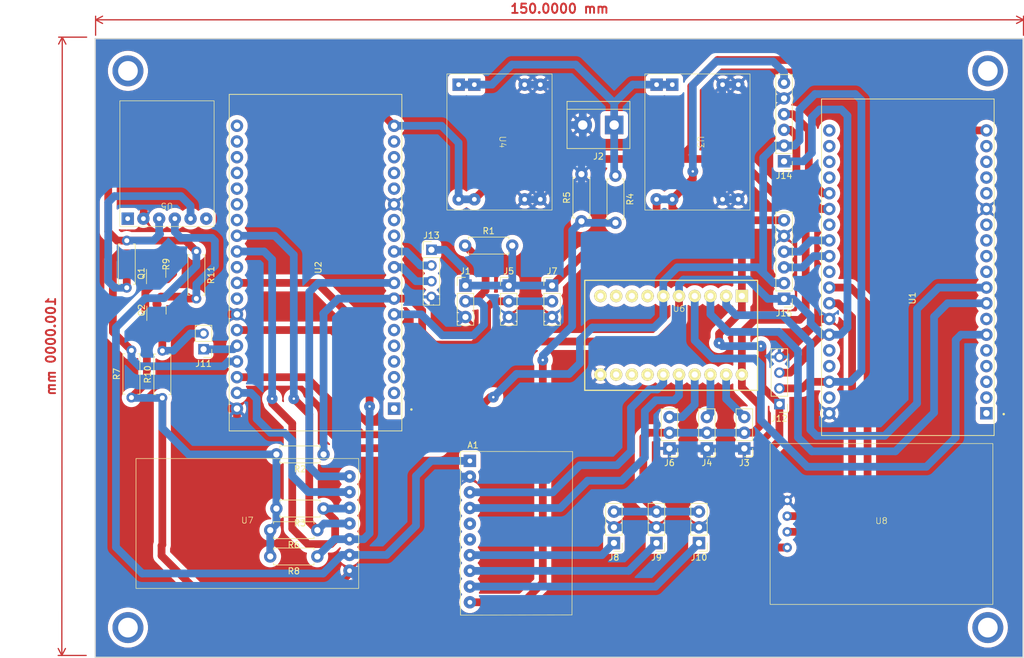
<source format=kicad_pcb>
(kicad_pcb (version 20221018) (generator pcbnew)
  (title_block (title "Data acquisition and transmission Schematic") (date "2023-10-12") (rev "0.1") (company "Escuadron UAM"))
  (layers (0 "F.Cu" signal) (31 "B.Cu" signal) (34 "B.Paste" user) (35 "F.Paste" user) (36 "B.SilkS" user "B.Silkscreen") (37 "F.SilkS" user "F.Silkscreen") (38 "B.Mask" user) (39 "F.Mask" user) (44 "Edge.Cuts" user))
  (net 0 "")
  (net 17 "+3V3")
  (net 22 "1{slash}3_V_Bat")
  (net 23 "Net-(J11-Pin_2)")
  (net 24 "Net-(Q1-S)")
  (net 25 "Net-(Q1-D)")
  (net 26 "Net-(Q2-D)")
  (net 29 "Net-(J3-Pin_3)")
  (net 30 "+5V")
  (net 31 "GND")
  (net 39 "Net-(J4-Pin_3)")
  (net 40 "Net-(J6-Pin_3)")
  (net 44 "V_Bat")
  (net 48 "Net-(U1-33)")
  (net 54 "Net-(U1-35)")
  (net 56 "Net-(A1-A2)")
  (net 57 "Net-(A1-A1)")
  (net 58 "Net-(A1-A0)")
  (net 59 "SDA_01_H")
  (net 60 "SLC_01_H")
  (net 61 "Net-(U1-25)")
  (net 62 "SLC_01_L")
  (net 63 "SDA_01_L")
  (net 64 "Net-(J1-Pin_2)")
  (net 65 "Net-(J5-Pin_2)")
  (net 66 "M0")
  (net 67 "M1")
  (net 68 "TX_LORA")
  (net 69 "RX_LORA")
  (net 70 "AUX_LORA")
  (net 71 "RX_GPS")
  (net 72 "TX_GPS")
  (net 73 "SHDN_02")
  (net 74 "SHDN_01")
  (net 75 "SHDN_04")
  (net 76 "SHDN_03")
  (net 77 "Net-(J11-Pin_1)")
  (net 86 "SLC_02_L")
  (net 87 "SDA_02_L")
  (footprint "custom:OpenLog" (layer "F.Cu") (at 77 73 180)
    (fp_text reference "U5")
    (fp_text value "OpenLog")
  )
  (footprint "Connector_PinHeader_2.54mm:PinHeader_1x04_P2.54mm_Vertical" (layer "F.Cu") (at 119.75 86.92)
    (fp_text reference "J13")
    (fp_text value "MPU6050_2")
  )
  (footprint "Connector_PinHeader_2.54mm:PinHeader_1x03_P2.54mm_Vertical" (layer "F.Cu") (at 156.125 134.33 180)
    (fp_text reference "J9")
    (fp_text value "V_BrakeSensor_02")
  )
  (footprint "Connector_PinHeader_2.54mm:PinHeader_1x04_P2.54mm_Vertical" (layer "F.Cu") (at 176 111.87 180)
    (fp_text reference "J12")
    (fp_text value "MPU6050_1")
  )
  (footprint "Resistor_THT:R_Axial_DIN0207_L6.3mm_D2.5mm_P7.62mm_Horizontal" (layer "F.Cu") (at 71.25 110.81 90)
    (fp_text reference "R7")
    (fp_text value "R10K")
  )
  (footprint "Package_TO_SOT_SMD:SOT-23" (layer "F.Cu") (at 75.3 96.6875 90)
    (fp_text reference "Q2")
    (fp_text value "BSS138")
  )
  (footprint "ESP32-DEVKITC-32UE:ESPRESSIF_ESP32-DEVKITC-32UE" (layer "F.Cu") (at 196.7625 90.49 180)
    (fp_text reference "U1")
    (fp_text value "ESP32-Eslave")
  )
  (footprint "custom:neo_gps" (layer "F.Cu") (at 192.5 131.25)
    (fp_text reference "U8")
    (fp_text value "Neo GPS")
  )
  (footprint "ESP32-DEVKITC-32UE:ESPRESSIF_ESP32-DEVKITC-32UE" (layer "F.Cu") (at 101.0125 89.74 180)
    (fp_text reference "U2")
    (fp_text value "ESP32-Master")
  )
  (footprint "Connector_PinHeader_2.54mm:PinHeader_1x03_P2.54mm_Vertical" (layer "F.Cu") (at 158.22375 119.04 180)
    (fp_text reference "J6")
    (fp_text value "LM3144_01")
  )
  (footprint "Resistor_THT:R_Axial_DIN0207_L6.3mm_D2.5mm_P7.62mm_Horizontal" (layer "F.Cu") (at 76.25 110.87 90)
    (fp_text reference "R10")
    (fp_text value "R10K")
  )
  (footprint "Resistor_THT:R_Axial_DIN0207_L6.3mm_D2.5mm_P7.62mm_Horizontal" (layer "F.Cu") (at 102.31 128.75 180)
    (fp_text reference "R3")
    (fp_text value "4k7")
  )
  (footprint "custom:lora_e22" (layer "F.Cu") (at 89.99 131.17)
    (fp_text reference "U7")
    (fp_text value "Lora e22")
  )
  (footprint "Connector_PinHeader_2.54mm:PinHeader_1x03_P2.54mm_Vertical" (layer "F.Cu") (at 132.25 92.71)
    (fp_text reference "J5")
    (fp_text value "DS18B20_01")
  )
  (footprint "Connector_PinHeader_2.54mm:PinHeader_1x03_P2.54mm_Vertical" (layer "F.Cu") (at 149.25 134.33 180)
    (fp_text reference "J8")
    (fp_text value "V_BrakeSensor_01")
  )
  (footprint "custom:MP1584EN" (layer "F.Cu") (at 162.75 69.5 -90)
    (fp_text reference "U3")
    (fp_text value "MP1584EN 3V3")
  )
  (footprint "Resistor_THT:R_Axial_DIN0207_L6.3mm_D2.5mm_P7.62mm_Horizontal" (layer "F.Cu") (at 101.31 132.25 180)
    (fp_text reference "R6")
    (fp_text value "4k7")
  )
  (footprint "Connector_PinHeader_2.54mm:PinHeader_1x02_P2.54mm_Vertical" (layer "F.Cu") (at 82.9125 103 180)
    (fp_text reference "J11")
    (fp_text value "OpenLog TX")
  )
  (footprint "Resistor_THT:R_Axial_DIN0207_L6.3mm_D2.5mm_P7.62mm_Horizontal" (layer "F.Cu") (at 149.5 74.94 -90)
    (fp_text reference "R4")
    (fp_text value "10k")
  )
  (footprint "Connector_PinHeader_2.54mm:PinHeader_1x03_P2.54mm_Vertical" (layer "F.Cu") (at 163 134.33 180)
    (fp_text reference "J10")
    (fp_text value "V_in_01")
  )
  (footprint "Charleslabs_Parts:ADC1115_ADC_Module" (layer "F.Cu") (at 125.967 121.046)
    (fp_text reference "A1")
    (fp_text value "ADS1115_ADC_Module")
  )
  (footprint "Resistor_THT:R_Axial_DIN0207_L6.3mm_D2.5mm_P7.62mm_Horizontal" (layer "F.Cu") (at 81.75 87.19 -90)
    (fp_text reference "R11")
    (fp_text value "R10K")
  )
  (footprint "TerminalBlock:TerminalBlock_bornier-2_P5.08mm" (layer "F.Cu") (at 149.29 66.75 180)
    (fp_text reference "J2")
    (fp_text value "V_In")
  )
  (footprint "Resistor_THT:R_Axial_DIN0207_L6.3mm_D2.5mm_P7.62mm_Horizontal" (layer "F.Cu") (at 102.31 120 180)
    (fp_text reference "R2")
    (fp_text value "4k7")
  )
  (footprint "custom:HW-221" (layer "F.Cu") (at 157.23 102.02)
    (fp_text reference "U6")
    (fp_text value "HW-221_LogicLevelConverter")
  )
  (footprint "Connector_PinHeader_2.54mm:PinHeader_1x06_P2.54mm_Vertical" (layer "F.Cu") (at 176.75 72.62 180)
    (fp_text reference "J14")
    (fp_text value "VL6180X_01")
  )
  (footprint "Resistor_THT:R_Axial_DIN0207_L6.3mm_D2.5mm_P7.62mm_Horizontal" (layer "F.Cu") (at 101.31 136.5 180)
    (fp_text reference "R8")
    (fp_text value "4k7")
  )
  (footprint "Package_TO_SOT_SMD:SOT-23" (layer "F.Cu") (at 75.25 90.75 90)
    (fp_text reference "Q1")
    (fp_text value "BSS138")
  )
  (footprint "Connector_PinHeader_2.54mm:PinHeader_1x03_P2.54mm_Vertical" (layer "F.Cu") (at 139.25 92.71)
    (fp_text reference "J7")
    (fp_text value "DS18B20_02")
  )
  (footprint "Connector_PinHeader_2.54mm:PinHeader_1x03_P2.54mm_Vertical" (layer "F.Cu") (at 164.27625 119.04 180)
    (fp_text reference "J4")
    (fp_text value "LM3144_RPM")
  )
  (footprint "Resistor_THT:R_Axial_DIN0207_L6.3mm_D2.5mm_P7.62mm_Horizontal" (layer "F.Cu") (at 70.5 85.44 -90)
    (fp_text reference "R9")
    (fp_text value "R10K")
  )
  (footprint "Connector_PinHeader_2.54mm:PinHeader_1x03_P2.54mm_Vertical" (layer "F.Cu") (at 125.25 92.71)
    (fp_text reference "J1")
    (fp_text value "DHT22_CVT")
  )
  (footprint "custom:MP1584EN" (layer "F.Cu") (at 130.75 69.5 -90)
    (fp_text reference "U4")
    (fp_text value "MP1584EN 5V")
  )
  (footprint "Connector_PinHeader_2.54mm:PinHeader_1x03_P2.54mm_Vertical" (layer "F.Cu") (at 170.32875 119.04 180)
    (fp_text reference "J3")
    (fp_text value "LM3144_CVT")
  )
  (footprint "Resistor_THT:R_Axial_DIN0207_L6.3mm_D2.5mm_P7.62mm_Horizontal" (layer "F.Cu") (at 144 82.31 90)
    (fp_text reference "R5")
    (fp_text value "20k")
  )
  (footprint "Connector_PinHeader_2.54mm:PinHeader_1x06_P2.54mm_Vertical" (layer "F.Cu") (at 176.75 94.85 180)
    (fp_text reference "J15")
    (fp_text value "VL6180X_02")
  )
  (footprint "Resistor_THT:R_Axial_DIN0207_L6.3mm_D2.5mm_P7.62mm_Horizontal" (layer "F.Cu") (at 125.19 86.25)
    (fp_text reference "R1")
    (fp_text value "10k")
  )
  (gr_rect locked (start 65.39 52.8) (end 215.39 152.8) (stroke (width 0.2)) (fill none) (layer "Edge.Cuts"))
  (dimension (type aligned) (layer "F.Cu") (pts (xy 215.46 52.75) (xy 65.46 52.75)) (height 2.999999) (gr_text "150.0000 mm" (at 140.46 47.950001) (layer "F.Cu") (effects (font (size 1.5 1.5) (thickness 0.3)))) (format (prefix "") (suffix "") (units 3) (units_format 1) (precision 4)) (style (thickness 0.2) (arrow_length 1.27) (text_position_mode 0) (extension_height 0.58642) (extension_offset 0.5) keep_text_aligned))
  (dimension (type aligned) (layer "F.Cu") (pts (xy 64.511925 52.553111) (xy 64.441925 152.503111)) (height 4.441926) (gr_text "100.0000 mm" (at 58.235 102.523739 89.9598729) (layer "F.Cu") (effects (font (size 1.5 1.5) (thickness 0.3)) (justify mirror))) (format (prefix "") (suffix "") (units 3) (units_format 1) (precision 4) (override_value "100.0000")) (style (thickness 0.2) (arrow_length 1.27) (text_position_mode 0) (extension_height 0.58642) (extension_offset 0.5) keep_text_aligned))
  (via locked (at 70.69 148) (size 5) (drill 3.18) (layers "F.Cu" "B.Cu") (net 0))
  (via locked (at 209.69 148) (size 5) (drill 3.18) (layers "F.Cu" "B.Cu") (net 0))
  (via locked (at 209.69 58) (size 5) (drill 3.18) (layers "F.Cu" "B.Cu") (net 0))
  (via locked (at 70.69 58) (size 5) (drill 3.18) (layers "F.Cu" "B.Cu") (net 0))
  (segment (start 74.35 99.15) (end 73.75 99.75) (width 1.25) (layer "F.Cu") (net 17))
  (segment (start 144.21 87.75) (end 155 87.75) (width 1.25) (layer "F.Cu") (net 17))
  (segment (start 173.25 109.12) (end 176 111.87) (width 1.25) (layer "F.Cu") (net 17))
  (segment (start 76.25 134.625) (end 76.25 110.87) (width 1.25) (layer "F.Cu") (net 17))
  (segment (start 73.75 99.75) (end 73.75 108.37) (width 1.25) (layer "F.Cu") (net 17))
  (segment (start 158.686 80.186) (end 160.65 82.15) (width 1.25) (layer "F.Cu") (net 17))
  (segment (start 76.125 134.75) (end 76.25 134.625) (width 1.25) (layer "F.Cu") (net 17))
  (segment (start 74.3 91.6875) (end 74.3 92.95) (width 1.25) (layer "F.Cu") (net 17))
  (segment (start 173 102.5) (end 173.25 102.75) (width 1.25) (layer "F.Cu") (net 17))
  (segment (start 170.69 135.06) (end 157 148.75) (width 1.25) (layer "F.Cu") (net 17))
  (segment (start 162 74.25) (end 162 75.457) (width 1.25) (layer "F.Cu") (net 17))
  (segment (start 174.25 134.25) (end 174.25 119.5) (width 1.25) (layer "F.Cu") (net 17))
  (segment (start 74.3 92.95) (end 73.5 93.75) (width 1.25) (layer "F.Cu") (net 17))
  (segment (start 168 82.15) (end 176.75 82.15) (width 1.25) (layer "F.Cu") (net 17))
  (segment (start 157 148.75) (end 88.5 148.75) (width 1.25) (layer "F.Cu") (net 17))
  (segment (start 173.25 102.75) (end 173.25 109.12) (width 1.25) (layer "F.Cu") (net 17))
  (segment (start 174.25 119.5) (end 176 117.75) (width 1.25) (layer "F.Cu") (net 17))
  (segment (start 166.25 100.5) (end 169.93 96.82) (width 1.25) (layer "F.Cu") (net 17))
  (segment (start 177.26 135.06) (end 170.69 135.06) (width 1.25) (layer "F.Cu") (net 17))
  (segment (start 169.93 94.4) (end 169.93 84.08) (width 1.25) (layer "F.Cu") (net 17))
  (segment (start 71.31 110.87) (end 71.25 110.81) (width 1.25) (layer "F.Cu") (net 17))
  (segment (start 88.5 148.75) (end 76.125 136.375) (width 1.25) (layer "F.Cu") (net 17))
  (segment (start 166.25 102) (end 166.25 100.5) (width 1.25) (layer "F.Cu") (net 17))
  (segment (start 158.686 78.771) (end 158.686 80.186) (width 1.25) (layer "F.Cu") (net 17))
  (segment (start 155 87.75) (end 156.146 86.604) (width 1.25) (layer "F.Cu") (net 17))
  (segment (start 76.125 136.375) (end 76.125 134.75) (width 1.25) (layer "F.Cu") (net 17))
  (segment (start 177.26 135.06) (end 175.06 135.06) (width 1.25) (layer "F.Cu") (net 17))
  (segment (start 160.65 82.15) (end 168 82.15) (width 1.25) (layer "F.Cu") (net 17))
  (segment (start 176 117.75) (end 176 111.87) (width 1.25) (layer "F.Cu") (net 17))
  (segment (start 73.69 108.37) (end 71.25 110.81) (width 1.25) (layer "F.Cu") (net 17))
  (segment (start 139.25 92.71) (end 144.21 87.75) (width 1.25) (layer "F.Cu") (net 17))
  (segment (start 175.06 135.06) (end 174.25 134.25) (width 1.25) (layer "F.Cu") (net 17))
  (segment (start 73.75 108.37) (end 73.69 108.37) (width 1.25) (layer "F.Cu") (net 17))
  (segment (start 74.35 97.625) (end 74.35 99.15) (width 1.25) (layer "F.Cu") (net 17))
  (segment (start 73.5 96.775) (end 74.35 97.625) (width 1.25) (layer "F.Cu") (net 17))
  (segment (start 169.93 96.82) (end 169.93 94.4) (width 1.25) (layer "F.Cu") (net 17))
  (segment (start 169.93 84.08) (end 168 82.15) (width 1.25) (layer "F.Cu") (net 17))
  (segment (start 162 75.457) (end 158.686 78.771) (width 1.25) (layer "F.Cu") (net 17))
  (segment (start 156.146 86.604) (end 156.146 78.771) (width 1.25) (layer "F.Cu") (net 17))
  (segment (start 73.5 93.75) (end 73.5 96.775) (width 1.25) (layer "F.Cu") (net 17))
  (via (at 166.25 102) (size 1.75) (drill 0.4) (layers "F.Cu" "B.Cu") (net 17))
  (via (at 173 102.5) (size 1.75) (drill 0.4) (layers "F.Cu" "B.Cu") (net 17))
  (via (at 162 74.25) (size 1.75) (drill 0.4) (layers "F.Cu" "B.Cu") (net 17))
  (segment (start 121.92 86.92) (end 125.25 90.25) (width 1.25) (layer "B.Cu") (net 17))
  (segment (start 94.69 120) (end 80.5 120) (width 1.25) (layer "B.Cu") (net 17))
  (segment (start 125.25 92.71) (end 132.25 92.71) (width 1.25) (layer "B.Cu") (net 17))
  (segment (start 132.81 86.25) (end 132.81 92.15) (width 1.25) (layer "B.Cu") (net 17))
  (segment (start 94.69 131.25) (end 93.69 132.25) (width 1.25) (layer "B.Cu") (net 17))
  (segment (start 162 60.25) (end 165.75 56.5) (width 1.25) (layer "B.Cu") (net 17))
  (segment (start 132.81 92.15) (end 132.25 92.71) (width 1.25) (layer "B.Cu") (net 17))
  (segment (start 166.75 102.5) (end 166.25 102) (width 1.25) (layer "B.Cu") (net 17))
  (segment (start 175 56.5) (end 176.75 58.25) (width 1.25) (layer "B.Cu") (net 17))
  (segment (start 156.146 78.771) (end 158.686 78.771) (width 1.25) (layer "B.Cu") (net 17))
  (segment (start 119.75 86.92) (end 121.92 86.92) (width 1.25) (layer "B.Cu") (net 17))
  (segment (start 94.69 120) (end 94.69 128.75) (width 1.25) (layer "B.Cu") (net 17))
  (segment (start 76.25 110.87) (end 76.25 115.75) (width 1.25) (layer "B.Cu") (net 17))
  (segment (start 125.25 90.25) (end 125.25 92.71) (width 1.25) (layer "B.Cu") (net 17))
  (segment (start 76.25 110.87) (end 71.31 110.87) (width 1.25) (layer "B.Cu") (net 17))
  (segment (start 94.69 128.75) (end 94.69 131.25) (width 1.25) (layer "B.Cu") (net 17))
  (segment (start 139.25 92.71) (end 132.25 92.71) (width 1.25) (layer "B.Cu") (net 17))
  (segment (start 162 74.25) (end 162 60.25) (width 1.25) (layer "B.Cu") (net 17))
  (segment (start 176.75 58.25) (end 176.75 59.92) (width 1.25) (layer "B.Cu") (net 17))
  (segment (start 71.31 110.87) (end 71.25 110.81) (width 1.25) (layer "B.Cu") (net 17))
  (segment (start 93.69 136.5) (end 93.69 132.25) (width 1.25) (layer "B.Cu") (net 17))
  (segment (start 165.75 56.5) (end 175 56.5) (width 1.25) (layer "B.Cu") (net 17))
  (segment (start 80.5 120) (end 76.25 115.75) (width 1.25) (layer "B.Cu") (net 17))
  (segment (start 173 102.5) (end 166.75 102.5) (width 1.25) (layer "B.Cu") (net 17))
  (segment (start 125.967 143.906) (end 134.594 143.906) (width 1.25) (layer "F.Cu") (net 22))
  (segment (start 134.594 143.906) (end 137.75 140.75) (width 1.25) (layer "F.Cu") (net 22))
  (segment (start 137.75 140.75) (end 137.75 104.75) (width 1.25) (layer "F.Cu") (net 22))
  (via (at 137.75 104.75) (size 1.75) (drill 0.4) (layers "F.Cu" "B.Cu") (net 22))
  (segment (start 144.25 82.56) (end 144 82.31) (width 1.25) (layer "B.Cu") (net 22))
  (segment (start 142.5 99.25) (end 137.75 104) (width 1.25) (layer "B.Cu") (net 22))
  (segment (start 149.5 82.56) (end 144.25 82.56) (width 1.25) (layer "B.Cu") (net 22))
  (segment (start 137.75 104) (end 137.75 104.75) (width 1.25) (layer "B.Cu") (net 22))
  (segment (start 144 82.31) (end 142.5 83.81) (width 1.25) (layer "B.Cu") (net 22))
  (segment (start 142.5 83.81) (end 142.5 99.25) (width 1.25) (layer "B.Cu") (net 22))
  (segment (start 76.25 97.625) (end 76.25 103.25) (width 1.25) (layer "F.Cu") (net 23))
  (segment (start 78 103.25) (end 76.25 103.25) (width 1.25) (layer "B.Cu") (net 23))
  (segment (start 82.9125 100.46) (end 80.79 100.46) (width 1.25) (layer "B.Cu") (net 23))
  (segment (start 80.79 100.46) (end 78 103.25) (width 1.25) (layer "B.Cu") (net 23))
  (segment (start 77.75 87.5) (end 69.25 87.5) (width 1.25) (layer "F.Cu") (net 24))
  (segment (start 68.25 100.19) (end 71.25 103.19) (width 1.25) (layer "F.Cu") (net 24))
  (segment (start 69.25 87.5) (end 68.25 88.5) (width 1.25) (layer "F.Cu") (net 24))
  (segment (start 77.0625 91.6875) (end 78 90.75) (width 1.25) (layer "F.Cu") (net 24))
  (segment (start 78 87.75) (end 77.75 87.5) (width 1.25) (layer "F.Cu") (net 24))
  (segment (start 68.25 88.5) (end 68.25 100.19) (width 1.25) (layer "F.Cu") (net 24))
  (segment (start 78 90.75) (end 78 87.75) (width 1.25) (layer "F.Cu") (net 24))
  (segment (start 76.2 91.6875) (end 77.0625 91.6875) (width 1.25) (layer "F.Cu") (net 24))
  (segment (start 71.25 104.5) (end 71.25 103.19) (width 1.25) (layer "B.Cu") (net 24))
  (segment (start 88.3125 104.98) (end 86.898287 104.98) (width 1.25) (layer "B.Cu") (net 24))
  (segment (start 86.898287 104.98) (end 86.128287 105.75) (width 1.25) (layer "B.Cu") (net 24))
  (segment (start 86.128287 105.75) (end 72.5 105.75) (width 1.25) (layer "B.Cu") (net 24))
  (segment (start 72.5 105.75) (end 71.25 104.5) (width 1.25) (layer "B.Cu") (net 24))
  (segment (start 75 89.75) (end 75.25 89.5) (width 1.25) (layer "F.Cu") (net 25))
  (segment (start 75.25 89.8125) (end 75.25 89.5) (width 1.25) (layer "F.Cu") (net 25))
  (segment (start 71.75 89.75) (end 75 89.75) (width 1.25) (layer "F.Cu") (net 25))
  (segment (start 70.5 93.06) (end 70.5 91) (width 1.25) (layer "F.Cu") (net 25))
  (segment (start 70.5 91) (end 71.75 89.75) (width 1.25) (layer "F.Cu") (net 25))
  (segment (start 68.56 93.06) (end 67.5 92) (width 1.25) (layer "B.Cu") (net 25))
  (segment (start 70.5 93.06) (end 68.56 93.06) (width 1.25) (layer "B.Cu") (net 25))
  (segment (start 67.5 79.25) (end 68.5 78.25) (width 1.25) (layer "B.Cu") (net 25))
  (segment (start 68.5 78.25) (end 79.25 78.25) (width 1.25) (layer "B.Cu") (net 25))
  (segment (start 67.5 92) (end 67.5 79.25) (width 1.25) (layer "B.Cu") (net 25))
  (segment (start 79.25 78.25) (end 80.81 79.81) (width 1.25) (layer "B.Cu") (net 25))
  (segment (start 80.81 79.81) (end 80.81 81.89) (width 1.25) (layer "B.Cu") (net 25))
  (segment (start 80.25 94.5) (end 80.56 94.81) (width 1.25) (layer "F.Cu") (net 26))
  (segment (start 75.3 95.75) (end 75.5 95.75) (width 1.25) (layer "F.Cu") (net 26))
  (segment (start 75.3 95.2) (end 76 94.5) (width 1.25) (layer "F.Cu") (net 26))
  (segment (start 76 94.5) (end 80.25 94.5) (width 1.25) (layer "F.Cu") (net 26))
  (segment (start 80.56 94.81) (end 81.75 94.81) (width 1.25) (layer "F.Cu") (net 26))
  (segment (start 75.3 95.75) (end 75.3 95.2) (width 1.25) (layer "F.Cu") (net 26))
  (segment (start 78.27 84.02) (end 78.27 81.89) (width 1.25) (layer "B.Cu") (net 26))
  (segment (start 84.25 85) (end 79.25 85) (width 1.25) (layer "B.Cu") (net 26))
  (segment (start 81.75 92.5) (end 84.75 89.5) (width 1.25) (layer "B.Cu") (net 26))
  (segment (start 81.75 94.81) (end 81.75 92.5) (width 1.25) (layer "B.Cu") (net 26))
  (segment (start 84.75 89.5) (end 84.75 85.5) (width 1.25) (layer "B.Cu") (net 26))
  (segment (start 79.25 85) (end 78.27 84.02) (width 1.25) (layer "B.Cu") (net 26))
  (segment (start 84.75 85.5) (end 84.25 85) (width 1.25) (layer "B.Cu") (net 26))
  (segment (start 167.39 107.1) (end 167.39 111.02125) (width 1.25) (layer "B.Cu") (net 29))
  (segment (start 167.39 111.02125) (end 170.32875 113.96) (width 1.25) (layer "B.Cu") (net 29))
  (segment (start 166 56.25) (end 161.75 60.5) (width 1.25) (layer "F.Cu") (net 30))
  (segment (start 170.32875 116.5) (end 171.75 116.5) (width 1.25) (layer "F.Cu") (net 30))
  (segment (start 154.75 116.5) (end 158.22375 116.5) (width 1.25) (layer "F.Cu") (net 30))
  (segment (start 75 62.25) (end 109.0825 62.25) (width 1.25) (layer "F.Cu") (net 30))
  (segment (start 209.4625 67.63) (end 204.63 67.63) (width 1.25) (layer "F.Cu") (net 30))
  (segment (start 156.125 129.25) (end 154 127.125) (width 1.25) (layer "F.Cu") (net 30))
  (segment (start 172.75 112) (end 169.93 109.18) (width 1.25) (layer "F.Cu") (net 30))
  (segment (start 169.93 100.32) (end 169.93 107.1) (width 1.25) (layer "F.Cu") (net 30))
  (segment (start 68.94 85.44) (end 67.5 84) (width 1.25) (layer "F.Cu") (net 30))
  (segment (start 179.25 98.25) (end 172 98.25) (width 1.25) (layer "F.Cu") (net 30))
  (segment (start 180.25 81) (end 180.25 97.25) (width 1.25) (layer "F.Cu") (net 30))
  (segment (start 177.75 78.5) (end 180.25 81) (width 1.25) (layer "F.Cu") (net 30))
  (segment (start 126.686 78.771) (end 133.207 72.25) (width 1.25) (layer "F.Cu") (net 30))
  (segment (start 193.25 56.25) (end 166 56.25) (width 1.25) (layer "F.Cu") (net 30))
  (segment (start 154 117.25) (end 154.75 116.5) (width 1.25) (layer "F.Cu") (net 30))
  (segment (start 169.93 109.18) (end 169.93 107.1) (width 1.25) (layer "F.Cu") (net 30))
  (segment (start 67.5 69.75) (end 75 62.25) (width 1.25) (layer "F.Cu") (net 30))
  (segment (start 180.25 97.25) (end 179.25 98.25) (width 1.25) (layer "F.Cu") (net 30))
  (segment (start 109.0825 62.25) (end 113.7125 66.88) (width 1.25) (layer "F.Cu") (net 30))
  (segment (start 133.207 72.25) (end 159.75 72.25) (width 1.25) (layer "F.Cu") (net 30))
  (segment (start 172 98.25) (end 169.93 100.32) (width 1.25) (layer "F.Cu") (net 30))
  (segment (start 70.5 85.44) (end 68.94 85.44) (width 1.25) (layer "F.Cu") (net 30))
  (segment (start 80 85.44) (end 81.75 87.19) (width 1.25) (layer "F.Cu") (net 30))
  (segment (start 70.5 85.44) (end 80 85.44) (width 1.25) (layer "F.Cu") (net 30))
  (segment (start 204.63 67.63) (end 193.25 56.25) (width 1.25) (layer "F.Cu") (net 30))
  (segment (start 159.75 72.25) (end 169.501651 72.25) (width 1.25) (layer "F.Cu") (net 30))
  (segment (start 171.75 116.5) (end 172.75 115.5) (width 1.25) (layer "F.Cu") (net 30))
  (segment (start 172.75 115.5) (end 172.75 112) (width 1.25) (layer "F.Cu") (net 30))
  (segment (start 154 127.125) (end 154 117.25) (width 1.25) (layer "F.Cu") (net 30))
  (segment (start 175.751651 78.5) (end 177.75 78.5) (width 1.25) (layer "F.Cu") (net 30))
  (segment (start 67.5 84) (end 67.5 69.75) (width 1.25) (layer "F.Cu") (net 30))
  (segment (start 169.501651 72.25) (end 175.751651 78.5) (width 1.25) (layer "F.Cu") (net 30))
  (segment (start 161.75 60.5) (end 161.75 70.25) (width 1.25) (layer "F.Cu") (net 30))
  (segment (start 161.75 70.25) (end 159.75 72.25) (width 1.25) (layer "F.Cu") (net 30))
  (segment (start 74.81 85.44) (end 75.875 84.375) (width 1.25) (layer "B.Cu") (net 30))
  (segment (start 158.22375 116.5) (end 164.27625 116.5) (width 1.25) (layer "B.Cu") (net 30))
  (segment (start 68.75 99.5) (end 73.5 94.75) (width 1.25) (layer "B.Cu") (net 30))
  (segment (start 117.25 123.5) (end 119.704 121.046) (width 1.25) (layer "B.Cu") (net 30))
  (segment (start 112.5 136.25) (end 117.25 131.5) (width 1.25) (layer "B.Cu") (net 30))
  (segment (start 106.5 136.25) (end 112.5 136.25) (width 1.25) (layer "B.Cu") (net 30))
  (segment (start 149.25 129.25) (end 156.125 129.25) (width 1.25) (layer "B.Cu") (net 30))
  (segment (start 106.5 136.25) (end 105.25 136.25) (width 1.25) (layer "B.Cu") (net 30))
  (segment (start 70.5 85.44) (end 74.81 85.44) (width 1.25) (layer "B.Cu") (net 30))
  (segment (start 105.25 136.25) (end 102.25 139.25) (width 1.25) (layer "B.Cu") (net 30))
  (segment (start 102.25 139.25) (end 73 139.25) (width 1.25) (layer "B.Cu") (net 30))
  (segment (start 117.25 131.5) (end 117.25 123.5) (width 1.25) (layer "B.Cu") (net 30))
  (segment (start 124.146 69.646) (end 124.146 78.771) (width 1.25) (layer "B.Cu") (net 30))
  (segment (start 75.875 84.375) (end 75.73 84.23) (width 1.25) (layer "B.Cu") (net 30))
  (segment (start 81.75 89.5) (end 81.75 87.19) (width 1.25) (layer "B.Cu") (net 30))
  (segment (start 113.7125 66.88) (end 121.38 66.88) (width 1.25) (layer "B.Cu") (net 30))
  (segment (start 119.704 121.046) (end 125.967 121.046) (width 1.25) (layer "B.Cu") (net 30))
  (segment (start 76.5 94.75) (end 81.75 89.5) (width 1.25) (layer "B.Cu") (net 30))
  (segment (start 163 129.25) (end 156.125 129.25) (width 1.25) (layer "B.Cu") (net 30))
  (segment (start 73.5 94.75) (end 76.5 94.75) (width 1.25) (layer "B.Cu") (net 30))
  (segment (start 75.73 84.23) (end 75.73 81.89) (width 1.25) (layer "B.Cu") (net 30))
  (segment (start 164.27625 116.5) (end 170.32875 116.5) (width 1.25) (layer "B.Cu") (net 30))
  (segment (start 68.75 135) (end 68.75 99.5) (width 1.25) (layer "B.Cu") (net 30))
  (segment (start 124.146 78.771) (end 126.686 78.771) (width 1.25) (layer "B.Cu") (net 30))
  (segment (start 73 139.25) (end 68.75 135) (width 1.25) (layer "B.Cu") (net 30))
  (segment (start 121.38 66.88) (end 124.146 69.646) (width 1.25) (layer "B.Cu") (net 30))
  (segment (start 176.5 104.25) (end 182.64 98.11) (width 1.25) (layer "F.Cu") (net 31))
  (segment (start 84 97.36) (end 85.5 97.36) (width 1.25) (layer "F.Cu") (net 31))
  (segment (start 176 104.25) (end 176.5 104.25) (width 1.25) (layer "F.Cu") (net 31))
  (segment (start 80.85 112.6) (end 79.75 111.5) (width 1.25) (layer "F.Cu") (net 31))
  (segment (start 74.25 78) (end 84.5 78) (width 1.25) (layer "F.Cu") (net 31))
  (segment (start 79.75 99) (end 81.39 97.36) (width 1.25) (layer "F.Cu") (net 31))
  (segment (start 79.75 111.5) (end 79.75 99) (width 1.25) (layer "F.Cu") (net 31))
  (segment (start 84.5 78) (end 85.5 79) (width 1.25) (layer "F.Cu") (net 31))
  (segment (start 105 140.75) (end 106.5 139.25) (width 1.25) (layer "F.Cu") (net 31))
  (segment (start 73.25 79) (end 74.25 78) (width 1.25) (layer "F.Cu") (net 31))
  (segment (start 73.19 81.89) (end 73.19 81.19) (width 1.25) (layer "F.Cu") (net 31))
  (segment (start 73.19 81.19) (end 73.25 81.13) (width 1.25) (layer "F.Cu") (net 31))
  (segment (start 81.39 97.36) (end 84 97.36) (width 1.25) (layer "F.Cu") (net 31))
  (segment (start 93 140.75) (end 105 140.75) (width 1.25) (layer "F.Cu") (net 31))
  (segment (start 106.5 139.25) (end 106.5 138.79) (width 1.25) (layer "F.Cu") (net 31))
  (segment (start 85.5 95.86) (end 84 97.36) (width 1.25) (layer "F.Cu") (net 31))
  (segment (start 73.25 81.13) (end 73.25 79) (width 1.25) (layer "F.Cu") (net 31))
  (segment (start 88.3125 112.6) (end 88.3125 136.0625) (width 1.25) (layer "F.Cu") (net 31))
  (segment (start 88.3125 112.6) (end 80.85 112.6) (width 1.25) (layer "F.Cu") (net 31))
  (segment (start 85.5 97.36) (end 88.3125 97.36) (width 1.25) (layer "F.Cu") (net 31))
  (segment (start 85.5 79) (end 85.5 95.86) (width 1.25) (layer "F.Cu") (net 31))
  (segment (start 182.64 98.11) (end 184.0625 98.11) (width 1.25) (layer "F.Cu") (net 31))
  (segment (start 88.3125 136.0625) (end 93 140.75) (width 1.25) (layer "F.Cu") (net 31))
  (segment (start 166.814 78.771) (end 169.354 78.771) (width 1.25) (layer "B.Cu") (net 31))
  (segment (start 165.21 131.79) (end 164.5 131.79) (width 1.25) (layer "B.Cu") (net 31))
  (segment (start 114.71 138.79) (end 106.5 138.79) (width 1.25) (layer "B.Cu") (net 31))
  (segment (start 140.75 66.75) (end 144.21 66.75) (width 1.25) (layer "B.Cu") (net 31))
  (segment (start 163 131.79) (end 156.125 131.79) (width 1.25) (layer "B.Cu") (net 31))
  (segment (start 149.25 131.79) (end 156.125 131.79) (width 1.25) (layer "B.Cu") (net 31))
  (segment (start 166.814 60.229) (end 169.354 60.229) (width 1.25) (layer "B.Cu") (net 31))
  (segment (start 144.21 62.46) (end 141.979 60.229) (width 1.25) (layer "B.Cu") (net 31))
  (segment (start 144 74.69) (end 144 69.92) (width 1.25) (layer "B.Cu") (net 31))
  (segment (start 164.27625 119.04) (end 164.27625 124.52625) (width 1.25) (layer "B.Cu") (net 31))
  (segment (start 168 135.29) (end 164.5 131.79) (width 1.25) (layer "B.Cu") (net 31))
  (segment (start 152.75 77.5) (end 153.75 76.5) (width 1.25) (layer "B.Cu") (net 31))
  (segment (start 164.543 76.5) (end 166.814 78.771) (width 1.25) (layer "B.Cu") (net 31))
  (segment (start 106.5 138.79) (end 108.5 140.79) (width 1.25) (layer "B.Cu") (net 31))
  (segment (start 134.814 60.229) (end 137.354 60.229) (width 1.25) (layer "B.Cu") (net 31))
  (segment (start 125.967 123.586) (end 124.552787 123.586) (width 1.25) (layer "B.Cu") (net 31))
  (segment (start 166.814 73.564) (end 166.75 73.5) (width 1.25) (layer "B.Cu") (net 31))
  (segment (start 144 76.25) (end 145.25 77.5) (width 1.25) (layer "B.Cu") (net 31))
  (segment (start 144 74.69) (end 144 76.25) (width 1.25) (layer "B.Cu") (net 31))
  (segment (start 145.25 77.5) (end 152.75 77.5) (width 1.25) (layer "B.Cu") (net 31))
  (segment (start 144.21 66.75) (end 144.21 62.46) (width 1.25) (layer "B.Cu") (net 31))
  (segment (start 169.354 60.229) (end 171.585 62.46) (width 1.25) (layer "B.Cu") (net 31))
  (segment (start 166.75 60.293) (end 166.814 60.229) (width 1.25) (layer "B.Cu") (net 31))
  (segment (start 153.75 76.5) (end 164.543 76.5) (width 1.25) (layer "B.Cu") (net 31))
  (segment (start 166.814 78.771) (end 166.814 73.564) (width 1.25) (layer "B.Cu") (net 31))
  (segment (start 137.354 78.771) (end 137.354 70.146) (width 1.25) (layer "B.Cu") (net 31))
  (segment (start 166.25 130.75) (end 165.21 131.79) (width 1.25) (layer "B.Cu") (net 31))
  (segment (start 166.25 126.5) (end 166.25 130.75) (width 1.25) (layer "B.Cu") (net 31))
  (segment (start 109.5 148.5) (end 157.5 148.5) (width 1.25) (layer "B.Cu") (net 31))
  (segment (start 157.5 148.5) (end 168 138) (width 1.25) (layer "B.Cu") (net 31))
  (segment (start 137.354 70.146) (end 140.75 66.75) (width 1.25) (layer "B.Cu") (net 31))
  (segment (start 164.5 131.79) (end 163 131.79) (width 1.25) (layer "B.Cu") (net 31))
  (segment (start 144.21 66.75) (end 144.21 69.71) (width 1.25) (layer "B.Cu") (net 31))
  (segment (start 123 97.79) (end 125.25 97.79) (width 1.25) (layer "B.Cu") (net 31))
  (segment (start 108.5 140.79) (end 108.5 147.5) (width 1.25) (layer "B.Cu") (net 31))
  (segment (start 164.27625 124.52625) (end 166.25 126.5) (width 1.25) (layer "B.Cu") (net 31))
  (segment (start 108.5 147.5) (end 109.5 148.5) (width 1.25) (layer "B.Cu") (net 31))
  (segment (start 158.22375 119.04) (end 164.27625 119.04) (width 1.25) (layer "B.Cu") (net 31))
  (segment (start 169.56 127.44) (end 166.25 130.75) (width 1.25) (layer "B.Cu") (net 31))
  (segment (start 144 69.92) (end 144.21 69.71) (width 1.25) (layer "B.Cu") (net 31))
  (segment (start 141.979 60.229) (end 137.354 60.229) (width 1.25) (layer "B.Cu") (net 31))
  (segment (start 177.26 127.44) (end 169.56 127.44) (width 1.25) (layer "B.Cu") (net 31))
  (segment (start 132.25 97.79) (end 139.25 97.79) (width 1.25) (layer "B.Cu") (net 31))
  (segment (start 122 131.5) (end 114.71 138.79) (width 1.25) (layer "B.Cu") (net 31))
  (segment (start 166.75 73.5) (end 166.75 60.293) (width 1.25) (layer "B.Cu") (net 31))
  (segment (start 134.814 78.771) (end 137.354 78.771) (width 1.25) (layer "B.Cu") (net 31))
  (segment (start 122 126.138787) (end 122 131.5) (width 1.25) (layer "B.Cu") (net 31))
  (segment (start 171.585 62.46) (end 176.75 62.46) (width 1.25) (layer "B.Cu") (net 31))
  (segment (start 170.32875 119.04) (end 164.27625 119.04) (width 1.25) (layer "B.Cu") (net 31))
  (segment (start 124.552787 123.586) (end 122 126.138787) (width 1.25) (layer "B.Cu") (net 31))
  (segment (start 168 138) (end 168 135.29) (width 1.25) (layer "B.Cu") (net 31))
  (segment (start 119.75 94.54) (end 123 97.79) (width 1.25) (layer "B.Cu") (net 31))
  (segment (start 164.27625 113.96) (end 164.85 113.38625) (width 1.25) (layer "B.Cu") (net 39))
  (segment (start 164.85 113.38625) (end 164.85 107.1) (width 1.25) (layer "B.Cu") (net 39))
  (segment (start 158.22375 113.96) (end 160.29 113.96) (width 1.25) (layer "B.Cu") (net 40))
  (segment (start 160.29 113.96) (end 162.31 111.94) (width 1.25) (layer "B.Cu") (net 40))
  (segment (start 162.31 111.94) (end 162.31 107.1) (width 1.25) (layer "B.Cu") (net 40))
  (segment (start 126.686 60.229) (end 129.521 60.229) (width 1.25) (layer "B.Cu") (net 44))
  (segment (start 149.29 66.75) (end 149.29 74.73) (width 1.25) (layer "B.Cu") (net 44))
  (segment (start 149.29 74.73) (end 149.5 74.94) (width 1.25) (layer "B.Cu") (net 44))
  (segment (start 124.146 60.229) (end 126.686 60.229) (width 1.25) (layer "B.Cu") (net 44))
  (segment (start 152.271 60.229) (end 156.146 60.229) (width 1.25) (layer "B.Cu") (net 44))
  (segment (start 143.08 57) (end 149.29 63.21) (width 1.25) (layer "B.Cu") (net 44))
  (segment (start 129.521 60.229) (end 132.75 57) (width 1.25) (layer "B.Cu") (net 44))
  (segment (start 132.75 57) (end 143.08 57) (width 1.25) (layer "B.Cu") (net 44))
  (segment (start 149.29 63.21) (end 152.271 60.229) (width 1.25) (layer "B.Cu") (net 44))
  (segment (start 149.29 66.75) (end 149.29 63.21) (width 1.25) (layer "B.Cu") (net 44))
  (segment (start 156.146 60.229) (end 158.686 60.229) (width 1.25) (layer "B.Cu") (net 44))
  (segment (start 194.75 119.5) (end 201 113.25) (width 1.25) (layer "B.Cu") (net 48))
  (segment (start 164.85 97.35) (end 167.705 100.205) (width 1.25) (layer "B.Cu") (net 48))
  (segment (start 175.955 100.205) (end 179 103.25) (width 1.25) (layer "B.Cu") (net 48))
  (segment (start 164.85 94.4) (end 164.85 97.35) (width 1.25) (layer "B.Cu") (net 48))
  (segment (start 181.25 119.5) (end 194.75 119.5) (width 1.25) (layer "B.Cu") (net 48))
  (segment (start 179 103.25) (end 179 117.25) (width 1.25) (layer "B.Cu") (net 48))
  (segment (start 167.705 100.205) (end 175.955 100.205) (width 1.25) (layer "B.Cu") (net 48))
  (segment (start 203.18 95.57) (end 209.4625 95.57) (width 1.25) (layer "B.Cu") (net 48))
  (segment (start 201 97.75) (end 203.18 95.57) (width 1.25) (layer "B.Cu") (net 48))
  (segment (start 201 113.25) (end 201 97.75) (width 1.25) (layer "B.Cu") (net 48))
  (segment (start 179 117.25) (end 181.25 119.5) (width 1.25) (layer "B.Cu") (net 48))
  (segment (start 162.31 94.4) (end 162.31 101.56) (width 1.25) (layer "B.Cu") (net 54))
  (segment (start 180.5 122) (end 199.75 122) (width 1.25) (layer "B.Cu") (net 54))
  (segment (start 204.5 101.5) (end 205.35 100.65) (width 1.25) (layer "B.Cu") (net 54))
  (segment (start 173 105.5) (end 173 114.5) (width 1.25) (layer "B.Cu") (net 54))
  (segment (start 173 114.5) (end 180.5 122) (width 1.25) (layer "B.Cu") (net 54))
  (segment (start 199.75 122) (end 204.5 117.25) (width 1.25) (layer "B.Cu") (net 54))
  (segment (start 172 104.5) (end 173 105.5) (width 1.25) (layer "B.Cu") (net 54))
  (segment (start 205.35 100.65) (end 209.4625 100.65) (width 1.25) (layer "B.Cu") (net 54))
  (segment (start 165.25 104.5) (end 172 104.5) (width 1.25) (layer "B.Cu") (net 54))
  (segment (start 162.31 101.56) (end 165.25 104.5) (width 1.25) (layer "B.Cu") (net 54))
  (segment (start 204.5 117.25) (end 204.5 101.5) (width 1.25) (layer "B.Cu") (net 54))
  (segment (start 155.964 141.366) (end 125.967 141.366) (width 1.25) (layer "B.Cu") (net 56))
  (segment (start 163 134.33) (end 155.964 141.366) (width 1.25) (layer "B.Cu") (net 56))
  (segment (start 151.629 138.826) (end 156.125 134.33) (width 1.25) (layer "B.Cu") (net 57))
  (segment (start 125.967 138.826) (end 151.629 138.826) (width 1.25) (layer "B.Cu") (net 57))
  (segment (start 147.294 136.286) (end 149.25 134.33) (width 1.25) (layer "B.Cu") (net 58))
  (segment (start 125.967 136.286) (end 147.294 136.286) (width 1.25) (layer "B.Cu") (net 58))
  (segment (start 156 111.25) (end 154.25 113) (width 1.25) (layer "B.Cu") (net 59))
  (segment (start 140.584 128.666) (end 125.967 128.666) (width 1.25) (layer "B.Cu") (net 59))
  (segment (start 154.25 120.5) (end 150.5 124.25) (width 1.25) (layer "B.Cu") (net 59))
  (segment (start 159.77 110.48) (end 159 111.25) (width 1.25) (layer "B.Cu") (net 59))
  (segment (start 145 124.25) (end 140.584 128.666) (width 1.25) (layer "B.Cu") (net 59))
  (segment (start 159 111.25) (end 156 111.25) (width 1.25) (layer "B.Cu") (net 59))
  (segment (start 150.5 124.25) (end 145 124.25) (width 1.25) (layer "B.Cu") (net 59))
  (segment (start 154.25 113) (end 154.25 120.5) (width 1.25) (layer "B.Cu") (net 59))
  (segment (start 159.77 107.1) (end 159.77 110.48) (width 1.25) (layer "B.Cu") (net 59))
  (segment (start 149.75 121.75) (end 152 119.5) (width 1.25) (layer "B.Cu") (net 60))
  (segment (start 143.75 121.75) (end 149.75 121.75) (width 1.25) (layer "B.Cu") (net 60))
  (segment (start 155 109.5) (end 156.25 109.5) (width 1.25) (layer "B.Cu") (net 60))
  (segment (start 156.25 109.5) (end 157.23 108.52) (width 1.25) (layer "B.Cu") (net 60))
  (segment (start 125.967 126.126) (end 139.374 126.126) (width 1.25) (layer "B.Cu") (net 60))
  (segment (start 157.23 108.52) (end 157.23 107.1) (width 1.25) (layer "B.Cu") (net 60))
  (segment (start 139.374 126.126) (end 143.75 121.75) (width 1.25) (layer "B.Cu") (net 60))
  (segment (start 152 119.5) (end 152 112.5) (width 1.25) (layer "B.Cu") (net 60))
  (segment (start 152 112.5) (end 155 109.5) (width 1.25) (layer "B.Cu") (net 60))
  (segment (start 167.39 94.4) (end 167.39 95.89) (width 1.25) (layer "B.Cu") (net 61))
  (segment (start 193 117) (end 198.25 111.75) (width 1.25) (layer "B.Cu") (net 61))
  (segment (start 181 116) (end 182 117) (width 1.25) (layer "B.Cu") (net 61))
  (segment (start 181 102) (end 181 116) (width 1.25) (layer "B.Cu") (net 61))
  (segment (start 201.72 93.03) (end 209.4625 93.03) (width 1.25) (layer "B.Cu") (net 61))
  (segment (start 198.25 111.75) (end 198.25 96.5) (width 1.25) (layer "B.Cu") (net 61))
  (segment (start 198.25 96.5) (end 201.72 93.03) (width 1.25) (layer "B.Cu") (net 61))
  (segment (start 182 117) (end 193 117) (width 1.25) (layer "B.Cu") (net 61))
  (segment (start 169 97.5) (end 176.5 97.5) (width 1.25) (layer "B.Cu") (net 61))
  (segment (start 176.5 97.5) (end 181 102) (width 1.25) (layer "B.Cu") (net 61))
  (segment (start 167.39 95.89) (end 169 97.5) (width 1.25) (layer "B.Cu") (net 61))
  (segment (start 176 109.33) (end 179.67 109.33) (width 1.25) (layer "F.Cu") (net 62))
  (segment (start 180.75 108.25) (end 180.77 108.27) (width 1.25) (layer "F.Cu") (net 62))
  (segment (start 180.77 108.27) (end 184.0625 108.27) (width 1.25) (layer "F.Cu") (net 62))
  (segment (start 88.3125 107.52) (end 99.52 107.52) (width 1.25) (layer "F.Cu") (net 62))
  (segment (start 106 119) (end 121 119) (width 1.25) (layer "F.Cu") (net 62))
  (segment (start 99.52 107.52) (end 103.25 111.25) (width 1.25) (layer "F.Cu") (net 62))
  (segment (start 129.25 110.75) (end 129.75 110.75) (width 1.25) (layer "F.Cu") (net 62))
  (segment (start 121 119) (end 129.25 110.75) (width 1.25) (layer "F.Cu") (net 62))
  (segment (start 103.25 116.25) (end 106 119) (width 1.25) (layer "F.Cu") (net 62))
  (segment (start 179.67 109.33) (end 180.75 108.25) (width 1.25) (layer "F.Cu") (net 62))
  (segment (start 103.25 111.25) (end 103.25 116.25) (width 1.25) (layer "F.Cu") (net 62))
  (via (at 129.75 110.75) (size 1.75) (drill 0.4) (layers "F.Cu" "B.Cu") (net 62))
  (segment (start 176.75 70.08) (end 178.42 70.08) (width 1.25) (layer "B.Cu") (net 62))
  (segment (start 173.375 72.040787) (end 173.375 90.625) (width 1.25) (layer "B.Cu") (net 62))
  (segment (start 179.25 69.25) (end 179.25 64.25) (width 1.25) (layer "B.Cu") (net 62))
  (segment (start 179.25 64.25) (end 181.75 61.75) (width 1.25) (layer "B.Cu") (net 62))
  (segment (start 175.335787 70.08) (end 173.375 72.040787) (width 1.25) (layer "B.Cu") (net 62))
  (segment (start 133.5 107) (end 129.75 110.75) (width 1.25) (layer "B.Cu") (net 62))
  (segment (start 189.25 106.5) (end 187.48 108.27) (width 1.25) (layer "B.Cu") (net 62))
  (segment (start 143.75 101.5) (end 143.75 105.25) (width 1.25) (layer "B.Cu") (net 62))
  (segment (start 187.48 108.27) (end 184.0625 108.27) (width 1.25) (layer "B.Cu") (net 62))
  (segment (start 155.75 99.5) (end 145.75 99.5) (width 1.25) (layer "B.Cu") (net 62))
  (segment (start 176.75 92.31) (end 175.06 92.31) (width 1.25) (layer "B.Cu") (net 62))
  (segment (start 175.06 92.31) (end 173.375 90.625) (width 1.25) (layer "B.Cu") (net 62))
  (segment (start 157.23 94.4) (end 157.23 98.02) (width 1.25) (layer "B.Cu") (net 62))
  (segment (start 159.5 89.75) (end 157.23 92.02) (width 1.25) (layer "B.Cu") (net 62))
  (segment (start 181.75 61.75) (end 188.25 61.75) (width 1.25) (layer "B.Cu") (net 62))
  (segment (start 143.75 105.25) (end 142 107) (width 1.25) (layer "B.Cu") (net 62))
  (segment (start 178.42 70.08) (end 179.25 69.25) (width 1.25) (layer "B.Cu") (net 62))
  (segment (start 176.75 70.08) (end 175.335787 70.08) (width 1.25) (layer "B.Cu") (net 62))
  (segment (start 157.23 98.02) (end 155.75 99.5) (width 1.25) (layer "B.Cu") (net 62))
  (segment (start 142 107) (end 133.5 107) (width 1.25) (layer "B.Cu") (net 62))
  (segment (start 189.25 62.75) (end 189.25 106.5) (width 1.25) (layer "B.Cu") (net 62))
  (segment (start 188.25 61.75) (end 189.25 62.75) (width 1.25) (layer "B.Cu") (net 62))
  (segment (start 157.23 92.02) (end 157.23 94.4) (width 1.25) (layer "B.Cu") (net 62))
  (segment (start 173.375 90.625) (end 172.5 89.75) (width 1.25) (layer "B.Cu") (net 62))
  (segment (start 172.5 89.75) (end 159.5 89.75) (width 1.25) (layer "B.Cu") (net 62))
  (segment (start 145.75 99.5) (end 143.75 101.5) (width 1.25) (layer "B.Cu") (net 62))
  (segment (start 88.3125 99.9) (end 103.65 99.9) (width 1.25) (layer "F.Cu") (net 63))
  (segment (start 176 106.79) (end 177.71 106.79) (width 1.25) (layer "F.Cu") (net 63))
  (segment (start 106.75 115) (end 108.5 116.75) (width 1.25) (layer "F.Cu") (net 63))
  (segment (start 103.65 99.9) (end 106.75 103) (width 1.25) (layer "F.Cu") (net 63))
  (segment (start 177.71 106.79) (end 180.25 104.25) (width 1.25) (layer "F.Cu") (net 63))
  (segment (start 182.85 100.65) (end 184.0625 100.65) (width 1.25) (layer "F.Cu") (net 63))
  (segment (start 180.25 103.25) (end 182.85 100.65) (width 1.25) (layer "F.Cu") (net 63))
  (segment (start 119.25 116.75) (end 134.25 101.75) (width 1.25) (layer "F.Cu") (net 63))
  (segment (start 134.25 101.75) (end 156.25 101.75) (width 1.25) (layer "F.Cu") (net 63))
  (segment (start 159.77 98.23) (end 159.77 94.4) (width 1.25) (layer "F.Cu") (net 63))
  (segment (start 106.75 103) (end 106.75 115) (width 1.25) (layer "F.Cu") (net 63))
  (segment (start 180.25 104.25) (end 180.25 103.25) (width 1.25) (layer "F.Cu") (net 63))
  (segment (start 108.5 116.75) (end 119.25 116.75) (width 1.25) (layer "F.Cu") (net 63))
  (segment (start 156.25 101.75) (end 159.77 98.23) (width 1.25) (layer "F.Cu") (net 63))
  (segment (start 185.85 100.65) (end 184.0625 100.65) (width 1.25) (layer "B.Cu") (net 63))
  (segment (start 178.22132 94.85) (end 176.75 94.85) (width 1.25) (layer "B.Cu") (net 63))
  (segment (start 171.03 91.75) (end 160.5 91.75) (width 1.25) (layer "B.Cu") (net 63))
  (segment (start 181.06066 98.81066) (end 181.06066 97.68934) (width 1.25) (layer "B.Cu") (net 63))
  (segment (start 187 65.25) (end 187 99.5) (width 1.25) (layer "B.Cu") (net 63))
  (segment (start 181.25 71.25) (end 181.25 65.5) (width 1.25) (layer "B.Cu") (net 63))
  (segment (start 181.25 65.5) (end 182.5 64.25) (width 1.25) (layer "B.Cu") (net 63))
  (segment (start 184.0625 100.65) (end 182.9 100.65) (width 1.25) (layer "B.Cu") (net 63))
  (segment (start 182.9 100.65) (end 181.06066 98.81066) (width 1.25) (layer "B.Cu") (net 63))
  (segment (start 186 64.25) (end 187 65.25) (width 1.25) (layer "B.Cu") (net 63))
  (segment (start 176.75 94.85) (end 174.13 94.85) (width 1.25) (layer "B.Cu") (net 63))
  (segment (start 160.5 91.75) (end 159.77 92.48) (width 1.25) (layer "B.Cu") (net 63))
  (segment (start 182.5 64.25) (end 186 64.25) (width 1.25) (layer "B.Cu") (net 63))
  (segment (start 179.88 72.62) (end 181.25 71.25) (width 1.25) (layer "B.Cu") (net 63))
  (segment (start 176.75 72.62) (end 179.88 72.62) (width 1.25) (layer "B.Cu") (net 63))
  (segment (start 174.13 94.85) (end 171.03 91.75) (width 1.25) (layer "B.Cu") (net 63))
  (segment (start 181.06066 97.68934) (end 178.22132 94.85) (width 1.25) (layer "B.Cu") (net 63))
  (segment (start 187 99.5) (end 185.85 100.65) (width 1.25) (layer "B.Cu") (net 63))
  (segment (start 159.77 92.48) (end 159.77 94.4) (width 1.25) (layer "B.Cu") (net 63))
  (segment (start 126.75 95.25) (end 125.25 95.25) (width 1.25) (layer "F.Cu") (net 64))
  (segment (start 125.19 86.25) (end 128.5 89.56) (width 1.25) (layer "F.Cu") (net 64))
  (segment (start 128.5 93.5) (end 126.75 95.25) (width 1.25) (layer "F.Cu") (net 64))
  (segment (start 128.5 89.56) (end 128.5 93.5) (width 1.25) (layer "F.Cu") (net 64))
  (segment (start 126.5 100.75) (end 121.5 100.75) (width 1.25) (layer "B.Cu") (net 64))
  (segment (start 125.25 95.25) (end 127.5 95.25) (width 1.25) (layer "B.Cu") (net 64))
  (segment (start 128.25 96) (end 128.25 99) (width 1.25) (layer "B.Cu") (net 64))
  (segment (start 127.5 95.25) (end 128.25 96) (width 1.25) (layer "B.Cu") (net 64))
  (segment (start 128.25 99) (end 126.5 100.75) (width 1.25) (layer "B.Cu") (net 64))
  (segment (start 118.11 97.36) (end 113.7125 97.36) (width 1.25) (layer "B.Cu") (net 64))
  (segment (start 121.5 100.75) (end 118.11 97.36) (width 1.25) (layer "B.Cu") (net 64))
  (segment (start 128.75 100) (end 126.5 102.25) (width 1.25) (layer "F.Cu") (net 65))
  (segment (start 120.25 102.25) (end 118.25 100.25) (width 1.25) (layer "F.Cu") (net 65))
  (segment (start 118.25 100.25) (end 118.25 96.75) (width 1.25) (layer "F.Cu") (net 65))
  (segment (start 132.25 95.25) (end 129.75 95.25) (width 1.25) (layer "F.Cu") (net 65))
  (segment (start 116.32 94.82) (end 113.7125 94.82) (width 1.25) (layer "F.Cu") (net 65))
  (segment (start 129.75 95.25) (end 128.75 96.25) (width 1.25) (layer "F.Cu") (net 65))
  (segment (start 126.5 102.25) (end 120.25 102.25) (width 1.25) (layer "F.Cu") (net 65))
  (segment (start 128.75 96.25) (end 128.75 100) (width 1.25) (layer "F.Cu") (net 65))
  (segment (start 118.25 96.75) (end 116.32 94.82) (width 1.25) (layer "F.Cu") (net 65))
  (segment (start 104.68 94.82) (end 113.7125 94.82) (width 1.25) (layer "B.Cu") (net 65))
  (segment (start 102.31 97.31) (end 102.25 97.25) (width 1.25) (layer "B.Cu") (net 65))
  (segment (start 132.25 95.25) (end 139.25 95.25) (width 1.25) (layer "B.Cu") (net 65))
  (segment (start 102.25 97.25) (end 104.68 94.82) (width 1.25) (layer "B.Cu") (net 65))
  (segment (start 102.31 120) (end 102.31 97.31) (width 1.25) (layer "B.Cu") (net 65))
  (segment (start 106.5 123.55) (end 101.55 123.55) (width 1.25) (layer "B.Cu") (net 66))
  (segment (start 100 93.75) (end 101.47 92.28) (width 1.25) (layer "B.Cu") (net 66))
  (segment (start 101.47 92.28) (end 113.7125 92.28) (width 1.25) (layer "B.Cu") (net 66))
  (segment (start 101.55 123.55) (end 100 122) (width 1.25) (layer "B.Cu") (net 66))
  (segment (start 100 122) (end 100 93.75) (width 1.25) (layer "B.Cu") (net 66))
  (segment (start 91.5 111) (end 91.5 114.25) (width 1.25) (layer "B.Cu") (net 67))
  (segment (start 93.75 116.5) (end 96 116.5) (width 1.25) (layer "B.Cu") (net 67))
  (segment (start 90.56 110.06) (end 91.5 111) (width 1.25) (layer "B.Cu") (net 67))
  (segment (start 96 116.5) (end 97.25 117.75) (width 1.25) (layer "B.Cu") (net 67))
  (segment (start 97.25 123.5) (end 97.25 117.75) (width 1.25) (layer "B.Cu") (net 67))
  (segment (start 106.5 126.09) (end 99.84 126.09) (width 1.25) (layer "B.Cu") (net 67))
  (segment (start 99.84 126.09) (end 97.25 123.5) (width 1.25) (layer "B.Cu") (net 67))
  (segment (start 88.3125 110.06) (end 90.56 110.06) (width 1.25) (layer "B.Cu") (net 67))
  (segment (start 91.5 114.25) (end 93.75 116.5) (width 1.25) (layer "B.Cu") (net 67))
  (segment (start 100 130.94) (end 101.31 132.25) (width 1.25) (layer "F.Cu") (net 68))
  (segment (start 97.5 111) (end 100 113.5) (width 1.25) (layer "F.Cu") (net 68))
  (segment (start 100 113.5) (end 100 130.94) (width 1.25) (layer "F.Cu") (net 68))
  (via (at 97.5 111) (size 1.75) (drill 0.4) (layers "F.Cu" "B.Cu") (net 68))
  (segment (start 94.41 84.66) (end 97.5 87.75) (width 1.25) (layer "B.Cu") (net 68))
  (segment (start 97.5 87.75) (end 97.5 111) (width 1.25) (layer "B.Cu") (net 68))
  (segment (start 101.31 132.25) (end 102.39 131.17) (width 1.25) (layer "B.Cu") (net 68))
  (segment (start 102.39 131.17) (end 106.5 131.17) (width 1.25) (layer "B.Cu") (net 68))
  (segment (start 88.3125 84.66) (end 94.41 84.66) (width 1.25) (layer "B.Cu") (net 68))
  (segment (start 104.185 130.625) (end 102.31 128.75) (width 1.25) (layer "F.Cu") (net 69))
  (segment (start 97.25 115) (end 97.25 132) (width 1.25) (layer "F.Cu") (net 69))
  (segment (start 104.185 133.815) (end 104.185 130.625) (width 1.25) (layer "F.Cu") (net 69))
  (segment (start 99.75 134.5) (end 103.5 134.5) (width 1.25) (layer "F.Cu") (net 69))
  (segment (start 94 111) (end 94 111.75) (width 1.25) (layer "F.Cu") (net 69))
  (segment (start 103.5 134.5) (end 104.185 133.815) (width 1.25) (layer "F.Cu") (net 69))
  (segment (start 94 111.75) (end 97.25 115) (width 1.25) (layer "F.Cu") (net 69))
  (segment (start 97.25 132) (end 99.75 134.5) (width 1.25) (layer "F.Cu") (net 69))
  (via (at 94 111) (size 1.75) (drill 0.4) (layers "F.Cu" "B.Cu") (net 69))
  (segment (start 94 88.5) (end 94 111) (width 1.25) (layer "B.Cu") (net 69))
  (segment (start 102.31 128.75) (end 106.38 128.75) (width 1.25) (layer "B.Cu") (net 69))
  (segment (start 92.7 87.2) (end 94 88.5) (width 1.25) (layer "B.Cu") (net 69))
  (segment (start 88.3125 87.2) (end 92.7 87.2) (width 1.25) (layer "B.Cu") (net 69))
  (segment (start 106.38 128.75) (end 106.5 128.63) (width 1.25) (layer "B.Cu") (net 69))
  (segment (start 109.75 100.75) (end 109.75 112.25) (width 1.25) (layer "F.Cu") (net 70))
  (segment (start 88.3125 92.28) (end 101.28 92.28) (width 1.25) (layer "F.Cu") (net 70))
  (segment (start 101.28 92.28) (end 109.75 100.75) (width 1.25) (layer "F.Cu") (net 70))
  (via (at 109.75 112.25) (size 1.75) (drill 0.4) (layers "F.Cu" "B.Cu") (net 70))
  (segment (start 109.75 132.75) (end 108.79 133.71) (width 1.25) (layer "B.Cu") (net 70))
  (segment (start 106.5 133.71) (end 104.1 133.71) (width 1.25) (layer "B.Cu") (net 70))
  (segment (start 109.75 112.25) (end 109.75 132.75) (width 1.25) (layer "B.Cu") (net 70))
  (segment (start 108.79 133.71) (end 106.5 133.71) (width 1.25) (layer "B.Cu") (net 70))
  (segment (start 104.1 133.71) (end 101.31 136.5) (width 1.25) (layer "B.Cu") (net 70))
  (segment (start 187.53 93.03) (end 190.25 95.75) (width 1.25) (layer "F.Cu") (net 71))
  (segment (start 190.25 95.75) (end 190.25 125.75) (width 1.25) (layer "F.Cu") (net 71))
  (segment (start 183.48 132.52) (end 177.26 132.52) (width 1.25) (layer "F.Cu") (net 71))
  (segment (start 190.25 125.75) (end 183.48 132.52) (width 1.25) (layer "F.Cu") (net 71))
  (segment (start 184.0625 93.03) (end 187.53 93.03) (width 1.25) (layer "F.Cu") (net 71))
  (segment (start 185.476713 95.57) (end 184.0625 95.57) (width 1.25) (layer "F.Cu") (net 72))
  (segment (start 177.26 129.98) (end 182.27 129.98) (width 1.25) (layer "F.Cu") (net 72))
  (segment (start 187.75 97.843287) (end 185.476713 95.57) (width 1.25) (layer "F.Cu") (net 72))
  (segment (start 187.75 124.5) (end 187.75 97.843287) (width 1.25) (layer "F.Cu") (net 72))
  (segment (start 182.27 129.98) (end 187.75 124.5) (width 1.25) (layer "F.Cu") (net 72))
  (segment (start 183.04 77.79) (end 184.0625 77.79) (width 1.25) (layer "F.Cu") (net 73))
  (segment (start 180.75 75.5) (end 183.04 77.79) (width 1.25) (layer "F.Cu") (net 73))
  (segment (start 178.164213 65) (end 180.75 67.585787) (width 1.25) (layer "F.Cu") (net 73))
  (segment (start 180.75 67.585787) (end 180.75 75.5) (width 1.25) (layer "F.Cu") (net 73))
  (segment (start 176.75 65) (end 178.164213 65) (width 1.25) (layer "F.Cu") (net 73))
  (segment (start 178.75 76.5) (end 182.58 80.33) (width 1.25) (layer "F.Cu") (net 74))
  (segment (start 182.58 80.33) (end 184.0625 80.33) (width 1.25) (layer "F.Cu") (net 74))
  (segment (start 177.79 67.54) (end 178.75 68.5) (width 1.25) (layer "F.Cu") (net 74))
  (segment (start 176.75 67.54) (end 177.79 67.54) (width 1.25) (layer "F.Cu") (net 74))
  (segment (start 178.75 68.5) (end 178.75 76.5) (width 1.25) (layer "F.Cu") (net 74))
  (segment (start 181.09 85.41) (end 184.0625 85.41) (width 1.25) (layer "B.Cu") (net 75))
  (segment (start 176.75 87.23) (end 179.27 87.23) (width 1.25) (layer "B.Cu") (net 75))
  (segment (start 179.27 87.23) (end 181.09 85.41) (width 1.25) (layer "B.Cu") (net 75))
  (segment (start 181.55 87.95) (end 184.0625 87.95) (width 1.25) (layer "B.Cu") (net 76))
  (segment (start 179.73 89.77) (end 181.55 87.95) (width 1.25) (layer "B.Cu") (net 76))
  (segment (start 176.75 89.77) (end 179.73 89.77) (width 1.25) (layer "B.Cu") (net 76))
  (segment (start 87.7525 103) (end 88.3125 102.44) (width 1.25) (layer "B.Cu") (net 77))
  (segment (start 82.9125 103) (end 87.7525 103) (width 1.25) (layer "B.Cu") (net 77))
  (segment (start 115.7 87.2) (end 117.96 89.46) (width 1.25) (layer "B.Cu") (net 86))
  (segment (start 117.96 89.46) (end 119.75 89.46) (width 1.25) (layer "B.Cu") (net 86))
  (segment (start 113.7125 87.2) (end 115.7 87.2) (width 1.25) (layer "B.Cu") (net 86))
  (segment (start 113.7125 89.74) (end 114.99 89.74) (width 1.25) (layer "B.Cu") (net 87))
  (segment (start 117.25 92) (end 119.75 92) (width 1.25) (layer "B.Cu") (net 87))
  (segment (start 114.99 89.74) (end 117.25 92) (width 1.25) (layer "B.Cu") (net 87))
  (zone locked (net 31) (net_name "GND") (layers "F&B.Cu") (name "GND") (connect_pads (clearance 0.75)) (min_thickness 0.254) (fill yes (thermal_gap 0.508) (thermal_bridge_width 0.508))
    (polygon (pts (xy 215.46 52.75) (xy 215.46 152.75) (xy 65.46 152.75) (xy 65.46 52.75)))
  )
)
</source>
